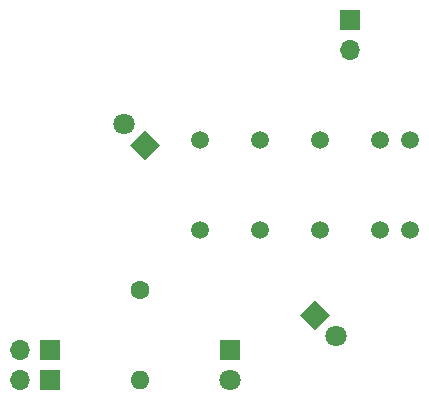
<source format=gtl>
G04 #@! TF.GenerationSoftware,KiCad,Pcbnew,5.1.10*
G04 #@! TF.CreationDate,2021-05-04T22:43:39+02:00*
G04 #@! TF.ProjectId,Weichensimulator-45rechts,57656963-6865-46e7-9369-6d756c61746f,rev?*
G04 #@! TF.SameCoordinates,Original*
G04 #@! TF.FileFunction,Copper,L1,Top*
G04 #@! TF.FilePolarity,Positive*
%FSLAX46Y46*%
G04 Gerber Fmt 4.6, Leading zero omitted, Abs format (unit mm)*
G04 Created by KiCad (PCBNEW 5.1.10) date 2021-05-04 22:43:39*
%MOMM*%
%LPD*%
G01*
G04 APERTURE LIST*
G04 #@! TA.AperFunction,ComponentPad*
%ADD10C,1.800000*%
G04 #@! TD*
G04 #@! TA.AperFunction,ComponentPad*
%ADD11C,0.100000*%
G04 #@! TD*
G04 #@! TA.AperFunction,ComponentPad*
%ADD12C,1.500000*%
G04 #@! TD*
G04 #@! TA.AperFunction,ComponentPad*
%ADD13R,1.800000X1.800000*%
G04 #@! TD*
G04 #@! TA.AperFunction,ComponentPad*
%ADD14O,1.600000X1.600000*%
G04 #@! TD*
G04 #@! TA.AperFunction,ComponentPad*
%ADD15C,1.600000*%
G04 #@! TD*
G04 #@! TA.AperFunction,ComponentPad*
%ADD16O,1.700000X1.700000*%
G04 #@! TD*
G04 #@! TA.AperFunction,ComponentPad*
%ADD17R,1.700000X1.700000*%
G04 #@! TD*
G04 APERTURE END LIST*
D10*
X139613949Y-106593949D03*
G04 #@! TA.AperFunction,ComponentPad*
D11*
G36*
X142682792Y-108390000D02*
G01*
X141410000Y-109662792D01*
X140137208Y-108390000D01*
X141410000Y-107117208D01*
X142682792Y-108390000D01*
G37*
G04 #@! TD.AperFunction*
D12*
X163830000Y-107950000D03*
X161290000Y-107950000D03*
X156210000Y-107950000D03*
X151130000Y-107950000D03*
X146050000Y-107950000D03*
X146050000Y-115570000D03*
X151130000Y-115570000D03*
X156210000Y-115570000D03*
X161290000Y-115570000D03*
X163830000Y-115570000D03*
D13*
X148590000Y-125730000D03*
D10*
X148590000Y-128270000D03*
X157566051Y-124546051D03*
G04 #@! TA.AperFunction,ComponentPad*
D11*
G36*
X154497208Y-122750000D02*
G01*
X155770000Y-121477208D01*
X157042792Y-122750000D01*
X155770000Y-124022792D01*
X154497208Y-122750000D01*
G37*
G04 #@! TD.AperFunction*
D14*
X140970000Y-128270000D03*
D15*
X140970000Y-120650000D03*
D16*
X158750000Y-100330000D03*
D17*
X158750000Y-97790000D03*
X133350000Y-125730000D03*
D16*
X130810000Y-125730000D03*
X130810000Y-128270000D03*
D17*
X133350000Y-128270000D03*
M02*

</source>
